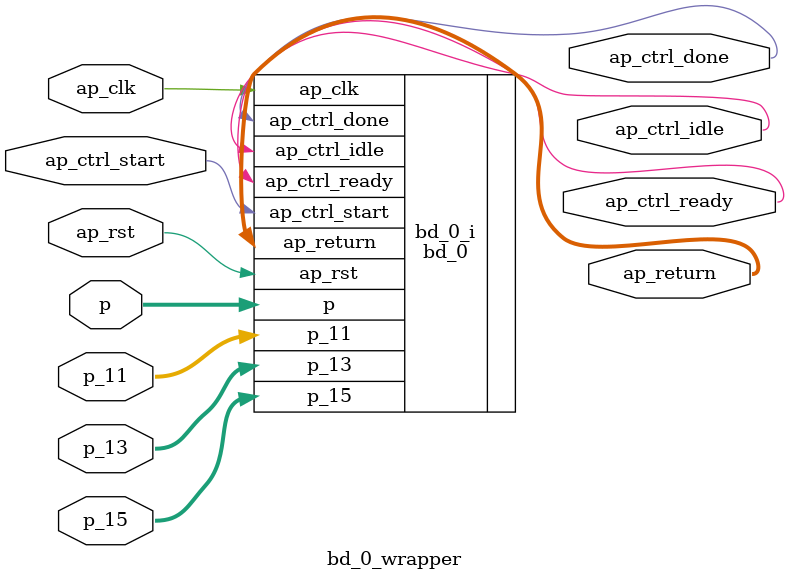
<source format=v>
`timescale 1 ps / 1 ps

module bd_0_wrapper
   (ap_clk,
    ap_ctrl_done,
    ap_ctrl_idle,
    ap_ctrl_ready,
    ap_ctrl_start,
    ap_return,
    ap_rst,
    p,
    p_11,
    p_13,
    p_15);
  input ap_clk;
  output ap_ctrl_done;
  output ap_ctrl_idle;
  output ap_ctrl_ready;
  input ap_ctrl_start;
  output [63:0]ap_return;
  input ap_rst;
  input [63:0]p;
  input [7:0]p_11;
  input [63:0]p_13;
  input [31:0]p_15;

  wire ap_clk;
  wire ap_ctrl_done;
  wire ap_ctrl_idle;
  wire ap_ctrl_ready;
  wire ap_ctrl_start;
  wire [63:0]ap_return;
  wire ap_rst;
  wire [63:0]p;
  wire [7:0]p_11;
  wire [63:0]p_13;
  wire [31:0]p_15;

  bd_0 bd_0_i
       (.ap_clk(ap_clk),
        .ap_ctrl_done(ap_ctrl_done),
        .ap_ctrl_idle(ap_ctrl_idle),
        .ap_ctrl_ready(ap_ctrl_ready),
        .ap_ctrl_start(ap_ctrl_start),
        .ap_return(ap_return),
        .ap_rst(ap_rst),
        .p(p),
        .p_11(p_11),
        .p_13(p_13),
        .p_15(p_15));
endmodule

</source>
